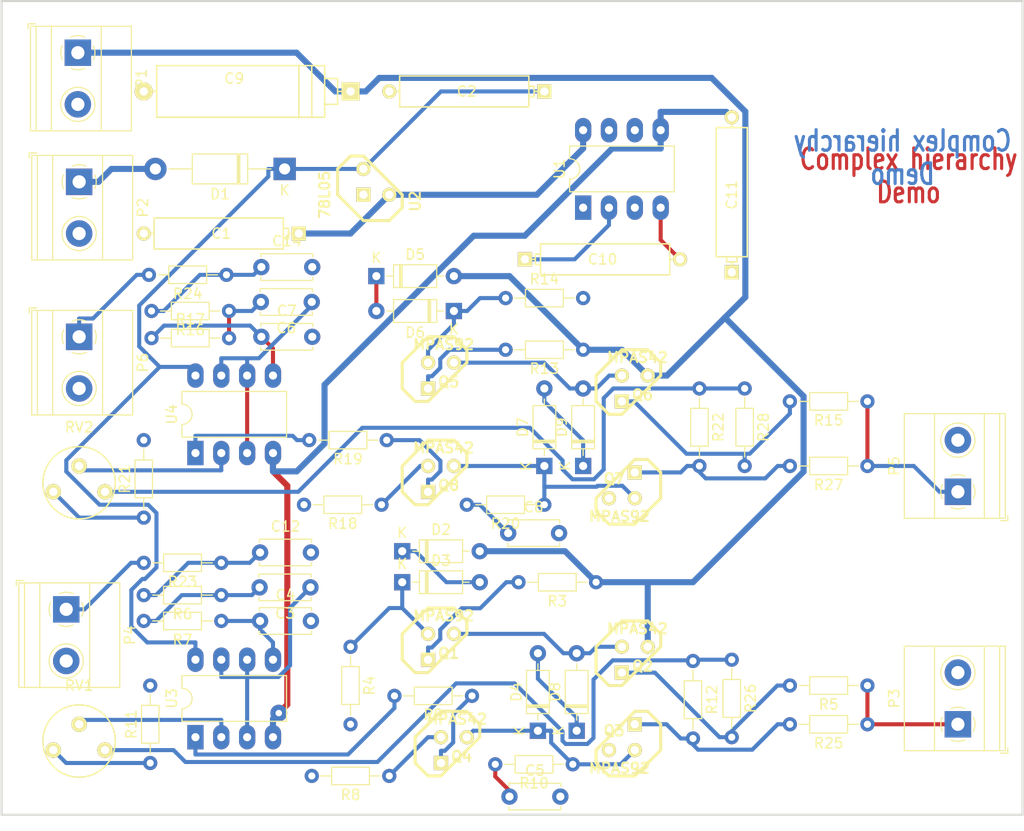
<source format=kicad_pcb>
(kicad_pcb (version 20171130) (host pcbnew 5.1.5-52549c5~84~ubuntu18.04.1)
  (title_block (title Actionneur_piezo) (company "Kicad devs") (comment 1 Demo))
  (layers (0 top_copper power) (31 bottom_copper signal) (34 B.Paste user) (35 F.Paste user) (36 B.SilkS user) (37 F.SilkS user) (38 B.Mask user) (39 F.Mask user) (44 Edge.Cuts user))
  (net 0 "")
  (net 1 -VAA)
  (net 2 /12Vext)
  (net 3 /ampli_ht_horizontal/PIEZO_IN)
  (net 4 /ampli_ht_horizontal/PIEZO_OUT)
  (net 5 /ampli_ht_horizontal/S_OUT+)
  (net 6 /ampli_ht_horizontal/Vpil_0_3,3V)
  (net 7 /ampli_ht_vertical/PIEZO_IN)
  (net 8 /ampli_ht_vertical/PIEZO_OUT)
  (net 9 /ampli_ht_vertical/S_OUT+)
  (net 10 /ampli_ht_vertical/Vpil_0_3,3V)
  (net 11 GND)
  (net 12 HT)
  (net 13 "Net-(C10-Pad1)")
  (net 14 "Net-(C10-Pad2)")
  (net 15 "Net-(C12-Pad1)")
  (net 16 "Net-(C14-Pad1)")
  (net 17 "Net-(C3-Pad2)")
  (net 18 "Net-(C4-Pad1)")
  (net 19 "Net-(C5-Pad1)")
  (net 20 "Net-(C6-Pad2)")
  (net 21 "Net-(C7-Pad1)")
  (net 22 "Net-(C8-Pad1)")
  (net 23 "Net-(D4-Pad1)")
  (net 24 "Net-(D4-Pad2)")
  (net 25 "Net-(D7-Pad1)")
  (net 26 "Net-(D7-Pad2)")
  (net 27 "Net-(Q1-PadE)")
  (net 28 "Net-(Q2-PadE)")
  (net 29 "Net-(Q3-PadE)")
  (net 30 "Net-(Q4-PadB)")
  (net 31 "Net-(Q4-PadE)")
  (net 32 "Net-(Q5-PadE)")
  (net 33 "Net-(Q6-PadE)")
  (net 34 "Net-(Q7-PadE)")
  (net 35 "Net-(Q8-PadB)")
  (net 36 "Net-(Q8-PadE)")
  (net 37 "Net-(R11-Pad1)")
  (net 38 "Net-(R19-Pad2)")
  (net 39 "Net-(R21-Pad1)")
  (net 40 "Net-(R9-Pad2)")
  (net 41 "Net-(RV1-Pad2)")
  (net 42 "Net-(RV2-Pad2)")
  (net 43 VCC)
  (net 44 "Net-(U1-Pad6)")
  (net 45 "Net-(U1-Pad7)")
  (net 46 "Net-(D2-Pad1)")
  (net 47 "Net-(D3-Pad1)")
  (net 48 "Net-(D5-Pad1)")
  (net 49 "Net-(D6-Pad1)")
  (net 50 "Net-(D8-Pad2)")
  (net 51 "Net-(D9-Pad2)")
  (net 52 +12C)
  (module TerminalBlock_Phoenix:TerminalBlock_Phoenix_MKDS-1,5-2-5.08_1x02_P5.08mm_Horizontal (layer top_copper) (at 182.245 100.076 90)
    (fp_text reference P5 (at 2.54 -6.26 90) (layer F.SilkS))
    (fp_text value CONN_2)
    (pad 2 thru_hole circle (at 5.08 0 90) (size 2.6 2.6) (drill 1.3) (layers *.Cu *.Mask) (net 11 GND))
    (pad 1 thru_hole rect (at 0 0 90) (size 2.6 2.6) (drill 1.3) (layers *.Cu *.Mask) (net 4 /ampli_ht_horizontal/PIEZO_OUT))
  )
  (module TerminalBlock_Phoenix:TerminalBlock_Phoenix_MKDS-1,5-2-5.08_1x02_P5.08mm_Horizontal (layer top_copper) (at 95.885 84.836 270)
    (fp_text reference P6 (at 2.54 -6.26 270) (layer F.SilkS))
    (fp_text value CONN_2)
    (pad 1 thru_hole rect (at 0 0 270) (size 2.6 2.6) (drill 1.3) (layers *.Cu *.Mask) (net 3 /ampli_ht_horizontal/PIEZO_IN))
    (pad 2 thru_hole circle (at 5.08 0 270) (size 2.6 2.6) (drill 1.3) (layers *.Cu *.Mask) (net 11 GND))
  )
  (module TerminalBlock_Phoenix:TerminalBlock_Phoenix_MKDS-1,5-2-5.08_1x02_P5.08mm_Horizontal (layer top_copper) (at 182.245 122.936 90)
    (fp_text reference P3 (at 2.54 -6.26 90) (layer F.SilkS))
    (fp_text value CONN_2)
    (pad 2 thru_hole circle (at 5.08 0 90) (size 2.6 2.6) (drill 1.3) (layers *.Cu *.Mask) (net 11 GND))
    (pad 1 thru_hole rect (at 0 0 90) (size 2.6 2.6) (drill 1.3) (layers *.Cu *.Mask) (net 8 /ampli_ht_vertical/PIEZO_OUT))
  )
  (module TerminalBlock_Phoenix:TerminalBlock_Phoenix_MKDS-1,5-2-5.08_1x02_P5.08mm_Horizontal (layer top_copper) (at 94.615 111.633 270)
    (fp_text reference P4 (at 2.54 -6.26 270) (layer F.SilkS))
    (fp_text value CONN_2)
    (pad 1 thru_hole rect (at 0 0 270) (size 2.6 2.6) (drill 1.3) (layers *.Cu *.Mask) (net 7 /ampli_ht_vertical/PIEZO_IN))
    (pad 2 thru_hole circle (at 5.08 0 270) (size 2.6 2.6) (drill 1.3) (layers *.Cu *.Mask) (net 11 GND))
  )
  (module TerminalBlock_Phoenix:TerminalBlock_Phoenix_MKDS-1,5-2-5.08_1x02_P5.08mm_Horizontal (layer top_copper) (at 95.885 69.596 270)
    (fp_text reference P2 (at 2.54 -6.26 270) (layer F.SilkS))
    (fp_text value CONN_2)
    (pad 2 thru_hole circle (at 5.08 0 270) (size 2.6 2.6) (drill 1.3) (layers *.Cu *.Mask) (net 11 GND))
    (pad 1 thru_hole rect (at 0 0 270) (size 2.6 2.6) (drill 1.3) (layers *.Cu *.Mask) (net 2 /12Vext))
  )
  (module TerminalBlock_Phoenix:TerminalBlock_Phoenix_MKDS-1,5-2-5.08_1x02_P5.08mm_Horizontal (layer top_copper) (at 95.758 56.896 270)
    (fp_text reference P1 (at 2.54 -6.26 270) (layer F.SilkS))
    (fp_text value CONN_2)
    (pad 1 thru_hole rect (at 0 0 270) (size 2.6 2.6) (drill 1.3) (layers *.Cu *.Mask) (net 12 HT))
    (pad 2 thru_hole circle (at 5.08 0 270) (size 2.6 2.6) (drill 1.3) (layers *.Cu *.Mask) (net 11 GND))
  )
  (module Diode_THT:D_DO-35_SOD27_P7.62mm_Horizontal (layer top_copper) (at 145.415 97.536 90)
    (fp_text reference D9 (at 3.81 -2.12 90) (layer F.SilkS))
    (fp_text value 1N4148)
    (fp_text user K (at 0 -1.8 90) (layer F.SilkS))
    (pad 2 thru_hole oval (at 7.62 0 90) (size 1.6 1.6) (drill 0.8) (layers *.Cu *.Mask) (net 51 "Net-(D9-Pad2)"))
    (pad 1 thru_hole rect (at 0 0 90) (size 1.6 1.6) (drill 0.8) (layers *.Cu *.Mask) (net 26 "Net-(D7-Pad2)"))
  )
  (module Diode_THT:D_DO-35_SOD27_P7.62mm_Horizontal (layer top_copper) (at 140.97 123.571 90)
    (fp_text reference D4 (at 3.81 -2.12 90) (layer F.SilkS))
    (fp_text value 1N4148)
    (fp_text user K (at 0 -1.8 90) (layer F.SilkS))
    (pad 1 thru_hole rect (at 0 0 90) (size 1.6 1.6) (drill 0.8) (layers *.Cu *.Mask) (net 23 "Net-(D4-Pad1)"))
    (pad 2 thru_hole oval (at 7.62 0 90) (size 1.6 1.6) (drill 0.8) (layers *.Cu *.Mask) (net 24 "Net-(D4-Pad2)"))
  )
  (module Diode_THT:D_DO-35_SOD27_P7.62mm_Horizontal (layer top_copper) (at 132.715 82.296 180)
    (fp_text reference D6 (at 3.81 -2.12 180) (layer F.SilkS))
    (fp_text value 1N4148)
    (fp_text user K (at 0 -1.8 180) (layer F.SilkS))
    (pad 2 thru_hole oval (at 7.62 0 180) (size 1.6 1.6) (drill 0.8) (layers *.Cu *.Mask) (net 48 "Net-(D5-Pad1)"))
    (pad 1 thru_hole rect (at 0 0 180) (size 1.6 1.6) (drill 0.8) (layers *.Cu *.Mask) (net 49 "Net-(D6-Pad1)"))
  )
  (module Diode_THT:D_DO-35_SOD27_P7.62mm_Horizontal (layer top_copper) (at 141.605 97.536 90)
    (fp_text reference D7 (at 3.81 -2.12 90) (layer F.SilkS))
    (fp_text value 1N4148)
    (fp_text user K (at 0 -1.8 90) (layer F.SilkS))
    (pad 1 thru_hole rect (at 0 0 90) (size 1.6 1.6) (drill 0.8) (layers *.Cu *.Mask) (net 25 "Net-(D7-Pad1)"))
    (pad 2 thru_hole oval (at 7.62 0 90) (size 1.6 1.6) (drill 0.8) (layers *.Cu *.Mask) (net 26 "Net-(D7-Pad2)"))
  )
  (module Diode_THT:D_DO-35_SOD27_P7.62mm_Horizontal (layer top_copper) (at 127.635 108.966)
    (fp_text reference D3 (at 3.81 -2.12) (layer F.SilkS))
    (fp_text value 1N4148)
    (fp_text user K (at 0 -1.8) (layer F.SilkS))
    (pad 2 thru_hole oval (at 7.62 0) (size 1.6 1.6) (drill 0.8) (layers *.Cu *.Mask) (net 46 "Net-(D2-Pad1)"))
    (pad 1 thru_hole rect (at 0 0) (size 1.6 1.6) (drill 0.8) (layers *.Cu *.Mask) (net 47 "Net-(D3-Pad1)"))
  )
  (module Diode_THT:D_DO-35_SOD27_P7.62mm_Horizontal (layer top_copper) (at 127.635 105.918)
    (fp_text reference D2 (at 3.81 -2.12) (layer F.SilkS))
    (fp_text value 1N4148)
    (fp_text user K (at 0 -1.8) (layer F.SilkS))
    (pad 1 thru_hole rect (at 0 0) (size 1.6 1.6) (drill 0.8) (layers *.Cu *.Mask) (net 46 "Net-(D2-Pad1)"))
    (pad 2 thru_hole oval (at 7.62 0) (size 1.6 1.6) (drill 0.8) (layers *.Cu *.Mask) (net 12 HT))
  )
  (module Diode_THT:D_DO-35_SOD27_P7.62mm_Horizontal (layer top_copper) (at 144.78 123.571 90)
    (fp_text reference D8 (at 3.81 -2.12 90) (layer F.SilkS))
    (fp_text value 1N4148)
    (fp_text user K (at 0 -1.8 90) (layer F.SilkS))
    (pad 2 thru_hole oval (at 7.62 0 90) (size 1.6 1.6) (drill 0.8) (layers *.Cu *.Mask) (net 50 "Net-(D8-Pad2)"))
    (pad 1 thru_hole rect (at 0 0 90) (size 1.6 1.6) (drill 0.8) (layers *.Cu *.Mask) (net 24 "Net-(D4-Pad2)"))
  )
  (module Diode_THT:D_DO-35_SOD27_P7.62mm_Horizontal (layer top_copper) (at 125.095 78.867)
    (fp_text reference D5 (at 3.81 -2.12) (layer F.SilkS))
    (fp_text value 1N4148)
    (fp_text user K (at 0 -1.8) (layer F.SilkS))
    (pad 1 thru_hole rect (at 0 0) (size 1.6 1.6) (drill 0.8) (layers *.Cu *.Mask) (net 48 "Net-(D5-Pad1)"))
    (pad 2 thru_hole oval (at 7.62 0) (size 1.6 1.6) (drill 0.8) (layers *.Cu *.Mask) (net 12 HT))
  )
  (module Diode_THT:D_DO-41_SOD81_P12.70mm_Horizontal (layer top_copper) (at 116.078 68.326 180)
    (fp_text reference D1 (at 6.35 -2.47 180) (layer F.SilkS))
    (fp_text value 1N4007)
    (fp_text user K (at 0 -2.1 180) (layer F.SilkS))
    (pad 1 thru_hole rect (at 0 0 180) (size 2.2 2.2) (drill 1.1) (layers *.Cu *.Mask) (net 52 +12C))
    (pad 2 thru_hole oval (at 12.7 0 180) (size 2.2 2.2) (drill 1.1) (layers *.Cu *.Mask) (net 2 /12Vext))
  )
  (module Capacitor_THT:C_Disc_D5.0mm_W2.5mm_P5.00mm (layer top_copper) (at 118.618 109.474 180)
    (fp_text reference C3 (at 2.5 -2.56 180) (layer F.SilkS))
    (fp_text value 15nF)
    (pad 2 thru_hole circle (at 5 0 180) (size 1.6 1.6) (drill 0.8) (layers *.Cu *.Mask) (net 17 "Net-(C3-Pad2)"))
    (pad 1 thru_hole circle (at 0 0 180) (size 1.6 1.6) (drill 0.8) (layers *.Cu *.Mask) (net 10 /ampli_ht_vertical/Vpil_0_3,3V))
  )
  (module Capacitor_THT:C_Disc_D5.0mm_W2.5mm_P5.00mm (layer top_copper) (at 113.665 112.776)
    (fp_text reference C4 (at 2.5 -2.56) (layer F.SilkS))
    (fp_text value 4.7nF)
    (pad 1 thru_hole circle (at 0 0) (size 1.6 1.6) (drill 0.8) (layers *.Cu *.Mask) (net 18 "Net-(C4-Pad1)"))
    (pad 2 thru_hole circle (at 5 0) (size 1.6 1.6) (drill 0.8) (layers *.Cu *.Mask) (net 11 GND))
  )
  (module Capacitor_THT:C_Disc_D5.0mm_W2.5mm_P5.00mm (layer top_copper) (at 113.792 77.978)
    (fp_text reference C14 (at 2.5 -2.56) (layer F.SilkS))
    (fp_text value 150nF)
    (pad 2 thru_hole circle (at 5 0) (size 1.6 1.6) (drill 0.8) (layers *.Cu *.Mask) (net 11 GND))
    (pad 1 thru_hole circle (at 0 0) (size 1.6 1.6) (drill 0.8) (layers *.Cu *.Mask) (net 16 "Net-(C14-Pad1)"))
  )
  (module Capacitor_THT:C_Disc_D5.0mm_W2.5mm_P5.00mm (layer top_copper) (at 113.665 106.045)
    (fp_text reference C12 (at 2.5 -2.56) (layer F.SilkS))
    (fp_text value 150nF)
    (pad 1 thru_hole circle (at 0 0) (size 1.6 1.6) (drill 0.8) (layers *.Cu *.Mask) (net 15 "Net-(C12-Pad1)"))
    (pad 2 thru_hole circle (at 5 0) (size 1.6 1.6) (drill 0.8) (layers *.Cu *.Mask) (net 11 GND))
  )
  (module Capacitor_THT:C_Disc_D5.0mm_W2.5mm_P5.00mm (layer top_copper) (at 138.176 130.048)
    (fp_text reference C5 (at 2.5 -2.56) (layer F.SilkS))
    (fp_text value 820pF)
    (pad 2 thru_hole circle (at 5 0) (size 1.6 1.6) (drill 0.8) (layers *.Cu *.Mask) (net 11 GND))
    (pad 1 thru_hole circle (at 0 0) (size 1.6 1.6) (drill 0.8) (layers *.Cu *.Mask) (net 19 "Net-(C5-Pad1)"))
  )
  (module Capacitor_THT:C_Disc_D5.0mm_W2.5mm_P5.00mm (layer top_copper) (at 118.745 81.407 180)
    (fp_text reference C6 (at 2.5 -2.56 180) (layer F.SilkS))
    (fp_text value 15nF)
    (pad 1 thru_hole circle (at 0 0 180) (size 1.6 1.6) (drill 0.8) (layers *.Cu *.Mask) (net 6 /ampli_ht_horizontal/Vpil_0_3,3V))
    (pad 2 thru_hole circle (at 5 0 180) (size 1.6 1.6) (drill 0.8) (layers *.Cu *.Mask) (net 20 "Net-(C6-Pad2)"))
  )
  (module Capacitor_THT:C_Disc_D5.0mm_W2.5mm_P5.00mm (layer top_copper) (at 113.792 84.836)
    (fp_text reference C7 (at 2.5 -2.56) (layer F.SilkS))
    (fp_text value 4.7nF)
    (pad 2 thru_hole circle (at 5 0) (size 1.6 1.6) (drill 0.8) (layers *.Cu *.Mask) (net 11 GND))
    (pad 1 thru_hole circle (at 0 0) (size 1.6 1.6) (drill 0.8) (layers *.Cu *.Mask) (net 21 "Net-(C7-Pad1)"))
  )
  (module Capacitor_THT:C_Disc_D5.0mm_W2.5mm_P5.00mm (layer top_copper) (at 138.049 104.14)
    (fp_text reference C8 (at 2.5 -2.56) (layer F.SilkS))
    (fp_text value 820pF)
    (pad 1 thru_hole circle (at 0 0) (size 1.6 1.6) (drill 0.8) (layers *.Cu *.Mask) (net 22 "Net-(C8-Pad1)"))
    (pad 2 thru_hole circle (at 5 0) (size 1.6 1.6) (drill 0.8) (layers *.Cu *.Mask) (net 11 GND))
  )
  (module Package_DIP:DIP-8_W7.62mm_LongPads (layer top_copper) (at 107.315 124.206 90)
    (fp_text reference U3 (at 3.81 -2.33 90) (layer F.SilkS))
    (fp_text value LM358N)
    (pad 1 thru_hole rect (at 0 0 90) (size 2.4 1.6) (drill 0.8) (layers *.Cu *.Mask) (net 40 "Net-(R9-Pad2)"))
    (pad 5 thru_hole oval (at 7.62 7.62 90) (size 2.4 1.6) (drill 0.8) (layers *.Cu *.Mask) (net 18 "Net-(C4-Pad1)"))
    (pad 2 thru_hole oval (at 0 2.54 90) (size 2.4 1.6) (drill 0.8) (layers *.Cu *.Mask) (net 41 "Net-(RV1-Pad2)"))
    (pad 6 thru_hole oval (at 7.62 5.08 90) (size 2.4 1.6) (drill 0.8) (layers *.Cu *.Mask) (net 10 /ampli_ht_vertical/Vpil_0_3,3V))
    (pad 3 thru_hole oval (at 0 5.08 90) (size 2.4 1.6) (drill 0.8) (layers *.Cu *.Mask) (net 10 /ampli_ht_vertical/Vpil_0_3,3V))
    (pad 7 thru_hole oval (at 7.62 2.54 90) (size 2.4 1.6) (drill 0.8) (layers *.Cu *.Mask) (net 10 /ampli_ht_vertical/Vpil_0_3,3V))
    (pad 4 thru_hole oval (at 0 7.62 90) (size 2.4 1.6) (drill 0.8) (layers *.Cu *.Mask) (net 1 -VAA))
    (pad 8 thru_hole oval (at 7.62 0 90) (size 2.4 1.6) (drill 0.8) (layers *.Cu *.Mask) (net 52 +12C))
  )
  (module Package_DIP:DIP-8_W7.62mm_LongPads (layer top_copper) (at 145.415 72.136 90)
    (fp_text reference U1 (at 3.81 -2.33 90) (layer F.SilkS))
    (fp_text value ICL7660)
    (pad 8 thru_hole oval (at 7.62 0 90) (size 2.4 1.6) (drill 0.8) (layers *.Cu *.Mask) (net 43 VCC))
    (pad 4 thru_hole oval (at 0 7.62 90) (size 2.4 1.6) (drill 0.8) (layers *.Cu *.Mask) (net 14 "Net-(C10-Pad2)"))
    (pad 7 thru_hole oval (at 7.62 2.54 90) (size 2.4 1.6) (drill 0.8) (layers *.Cu *.Mask) (net 45 "Net-(U1-Pad7)"))
    (pad 3 thru_hole oval (at 0 5.08 90) (size 2.4 1.6) (drill 0.8) (layers *.Cu *.Mask) (net 11 GND))
    (pad 6 thru_hole oval (at 7.62 5.08 90) (size 2.4 1.6) (drill 0.8) (layers *.Cu *.Mask) (net 44 "Net-(U1-Pad6)"))
    (pad 2 thru_hole oval (at 0 2.54 90) (size 2.4 1.6) (drill 0.8) (layers *.Cu *.Mask) (net 13 "Net-(C10-Pad1)"))
    (pad 5 thru_hole oval (at 7.62 7.62 90) (size 2.4 1.6) (drill 0.8) (layers *.Cu *.Mask) (net 1 -VAA))
    (pad 1 thru_hole rect (at 0 0 90) (size 2.4 1.6) (drill 0.8) (layers *.Cu *.Mask))
  )
  (module Package_DIP:DIP-8_W7.62mm_LongPads (layer top_copper) (at 107.315 96.266 90)
    (fp_text reference U4 (at 3.81 -2.33 90) (layer F.SilkS))
    (fp_text value LM358N)
    (pad 1 thru_hole rect (at 0 0 90) (size 2.4 1.6) (drill 0.8) (layers *.Cu *.Mask) (net 38 "Net-(R19-Pad2)"))
    (pad 5 thru_hole oval (at 7.62 7.62 90) (size 2.4 1.6) (drill 0.8) (layers *.Cu *.Mask) (net 21 "Net-(C7-Pad1)"))
    (pad 2 thru_hole oval (at 0 2.54 90) (size 2.4 1.6) (drill 0.8) (layers *.Cu *.Mask) (net 42 "Net-(RV2-Pad2)"))
    (pad 6 thru_hole oval (at 7.62 5.08 90) (size 2.4 1.6) (drill 0.8) (layers *.Cu *.Mask) (net 6 /ampli_ht_horizontal/Vpil_0_3,3V))
    (pad 3 thru_hole oval (at 0 5.08 90) (size 2.4 1.6) (drill 0.8) (layers *.Cu *.Mask) (net 6 /ampli_ht_horizontal/Vpil_0_3,3V))
    (pad 7 thru_hole oval (at 7.62 2.54 90) (size 2.4 1.6) (drill 0.8) (layers *.Cu *.Mask) (net 6 /ampli_ht_horizontal/Vpil_0_3,3V))
    (pad 4 thru_hole oval (at 0 7.62 90) (size 2.4 1.6) (drill 0.8) (layers *.Cu *.Mask) (net 1 -VAA))
    (pad 8 thru_hole oval (at 7.62 0 90) (size 2.4 1.6) (drill 0.8) (layers *.Cu *.Mask) (net 52 +12C))
  )
  (module Resistor_THT:R_Axial_DIN0204_L3.6mm_D1.6mm_P7.62mm_Horizontal (layer top_copper) (at 141.605 101.346 180)
    (fp_text reference R20 (at 3.81 -1.86 180) (layer F.SilkS))
    (fp_text value 5,6K)
    (pad 2 thru_hole oval (at 7.62 0 180) (size 1.4 1.4) (drill 0.7) (layers *.Cu *.Mask) (net 22 "Net-(C8-Pad1)"))
    (pad 1 thru_hole circle (at 0 0 180) (size 1.4 1.4) (drill 0.7) (layers *.Cu *.Mask) (net 25 "Net-(D7-Pad1)"))
  )
  (module Resistor_THT:R_Axial_DIN0204_L3.6mm_D1.6mm_P7.62mm_Horizontal (layer top_copper) (at 156.845 89.916 270)
    (fp_text reference R22 (at 3.81 -1.86 270) (layer F.SilkS))
    (fp_text value 220K)
    (pad 1 thru_hole circle (at 0 0 270) (size 1.4 1.4) (drill 0.7) (layers *.Cu *.Mask) (net 5 /ampli_ht_horizontal/S_OUT+))
    (pad 2 thru_hole oval (at 7.62 0 270) (size 1.4 1.4) (drill 0.7) (layers *.Cu *.Mask) (net 34 "Net-(Q7-PadE)"))
  )
  (module Resistor_THT:R_Axial_DIN0204_L3.6mm_D1.6mm_P7.62mm_Horizontal (layer top_copper) (at 109.855 107.061 180)
    (fp_text reference R23 (at 3.81 -1.86 180) (layer F.SilkS))
    (fp_text value 1K)
    (pad 2 thru_hole oval (at 7.62 0 180) (size 1.4 1.4) (drill 0.7) (layers *.Cu *.Mask) (net 7 /ampli_ht_vertical/PIEZO_IN))
    (pad 1 thru_hole circle (at 0 0 180) (size 1.4 1.4) (drill 0.7) (layers *.Cu *.Mask) (net 15 "Net-(C12-Pad1)"))
  )
  (module Resistor_THT:R_Axial_DIN0204_L3.6mm_D1.6mm_P7.62mm_Horizontal (layer top_copper) (at 110.363 78.74 180)
    (fp_text reference R24 (at 3.81 -1.86 180) (layer F.SilkS))
    (fp_text value 1K)
    (pad 1 thru_hole circle (at 0 0 180) (size 1.4 1.4) (drill 0.7) (layers *.Cu *.Mask) (net 16 "Net-(C14-Pad1)"))
    (pad 2 thru_hole oval (at 7.62 0 180) (size 1.4 1.4) (drill 0.7) (layers *.Cu *.Mask) (net 3 /ampli_ht_horizontal/PIEZO_IN))
  )
  (module Resistor_THT:R_Axial_DIN0204_L3.6mm_D1.6mm_P7.62mm_Horizontal (layer top_copper) (at 173.355 122.936 180)
    (fp_text reference R25 (at 3.81 -1.86 180) (layer F.SilkS))
    (fp_text value 47)
    (pad 2 thru_hole oval (at 7.62 0 180) (size 1.4 1.4) (drill 0.7) (layers *.Cu *.Mask) (net 29 "Net-(Q3-PadE)"))
    (pad 1 thru_hole circle (at 0 0 180) (size 1.4 1.4) (drill 0.7) (layers *.Cu *.Mask) (net 8 /ampli_ht_vertical/PIEZO_OUT))
  )
  (module Resistor_THT:R_Axial_DIN0204_L3.6mm_D1.6mm_P7.62mm_Horizontal (layer top_copper) (at 160.02 116.586 270)
    (fp_text reference R26 (at 3.81 -1.86 270) (layer F.SilkS))
    (fp_text value 220K)
    (pad 1 thru_hole circle (at 0 0 270) (size 1.4 1.4) (drill 0.7) (layers *.Cu *.Mask) (net 9 /ampli_ht_vertical/S_OUT+))
    (pad 2 thru_hole oval (at 7.62 0 270) (size 1.4 1.4) (drill 0.7) (layers *.Cu *.Mask) (net 28 "Net-(Q2-PadE)"))
  )
  (module Resistor_THT:R_Axial_DIN0204_L3.6mm_D1.6mm_P7.62mm_Horizontal (layer top_copper) (at 173.355 97.536 180)
    (fp_text reference R27 (at 3.81 -1.86 180) (layer F.SilkS))
    (fp_text value 47)
    (pad 2 thru_hole oval (at 7.62 0 180) (size 1.4 1.4) (drill 0.7) (layers *.Cu *.Mask) (net 34 "Net-(Q7-PadE)"))
    (pad 1 thru_hole circle (at 0 0 180) (size 1.4 1.4) (drill 0.7) (layers *.Cu *.Mask) (net 4 /ampli_ht_horizontal/PIEZO_OUT))
  )
  (module Resistor_THT:R_Axial_DIN0204_L3.6mm_D1.6mm_P7.62mm_Horizontal (layer top_copper) (at 161.29 89.916 270)
    (fp_text reference R28 (at 3.81 -1.86 270) (layer F.SilkS))
    (fp_text value 220K)
    (pad 1 thru_hole circle (at 0 0 270) (size 1.4 1.4) (drill 0.7) (layers *.Cu *.Mask) (net 5 /ampli_ht_horizontal/S_OUT+))
    (pad 2 thru_hole oval (at 7.62 0 270) (size 1.4 1.4) (drill 0.7) (layers *.Cu *.Mask) (net 33 "Net-(Q6-PadE)"))
  )
  (module Resistor_THT:R_Axial_DIN0204_L3.6mm_D1.6mm_P7.62mm_Horizontal (layer top_copper) (at 173.355 119.126 180)
    (fp_text reference R5 (at 3.81 -1.86 180) (layer F.SilkS))
    (fp_text value 47)
    (pad 2 thru_hole oval (at 7.62 0 180) (size 1.4 1.4) (drill 0.7) (layers *.Cu *.Mask) (net 28 "Net-(Q2-PadE)"))
    (pad 1 thru_hole circle (at 0 0 180) (size 1.4 1.4) (drill 0.7) (layers *.Cu *.Mask) (net 8 /ampli_ht_vertical/PIEZO_OUT))
  )
  (module Resistor_THT:R_Axial_DIN0204_L3.6mm_D1.6mm_P7.62mm_Horizontal (layer top_copper) (at 122.555 115.316 270)
    (fp_text reference R4 (at 3.81 -1.86 270) (layer F.SilkS))
    (fp_text value 220K)
    (pad 1 thru_hole circle (at 0 0 270) (size 1.4 1.4) (drill 0.7) (layers *.Cu *.Mask) (net 47 "Net-(D3-Pad1)"))
    (pad 2 thru_hole oval (at 7.62 0 270) (size 1.4 1.4) (drill 0.7) (layers *.Cu *.Mask) (net 11 GND))
  )
  (module Resistor_THT:R_Axial_DIN0204_L3.6mm_D1.6mm_P7.62mm_Horizontal (layer top_copper) (at 146.685 108.966 180)
    (fp_text reference R3 (at 3.81 -1.86 180) (layer F.SilkS))
    (fp_text value 470)
    (pad 2 thru_hole oval (at 7.62 0 180) (size 1.4 1.4) (drill 0.7) (layers *.Cu *.Mask) (net 27 "Net-(Q1-PadE)"))
    (pad 1 thru_hole circle (at 0 0 180) (size 1.4 1.4) (drill 0.7) (layers *.Cu *.Mask) (net 12 HT))
  )
  (module Resistor_THT:R_Axial_DIN0204_L3.6mm_D1.6mm_P7.62mm_Horizontal (layer top_copper) (at 102.235 102.616 90)
    (fp_text reference R21 (at 3.81 -1.86 90) (layer F.SilkS))
    (fp_text value 4,7K)
    (pad 1 thru_hole circle (at 0 0 90) (size 1.4 1.4) (drill 0.7) (layers *.Cu *.Mask) (net 39 "Net-(R21-Pad1)"))
    (pad 2 thru_hole oval (at 7.62 0 90) (size 1.4 1.4) (drill 0.7) (layers *.Cu *.Mask) (net 11 GND))
  )
  (module Resistor_THT:R_Axial_DIN0204_L3.6mm_D1.6mm_P7.62mm_Horizontal (layer top_copper) (at 102.997 84.963)
    (fp_text reference R17 (at 3.81 -1.86) (layer F.SilkS))
    (fp_text value 22K)
    (pad 2 thru_hole oval (at 7.62 0) (size 1.4 1.4) (drill 0.7) (layers *.Cu *.Mask) (net 20 "Net-(C6-Pad2)"))
    (pad 1 thru_hole circle (at 0 0) (size 1.4 1.4) (drill 0.7) (layers *.Cu *.Mask) (net 21 "Net-(C7-Pad1)"))
  )
  (module Resistor_THT:R_Axial_DIN0204_L3.6mm_D1.6mm_P7.62mm_Horizontal (layer top_copper) (at 109.855 112.776 180)
    (fp_text reference R7 (at 3.81 -1.86 180) (layer F.SilkS))
    (fp_text value 22K)
    (pad 1 thru_hole circle (at 0 0 180) (size 1.4 1.4) (drill 0.7) (layers *.Cu *.Mask) (net 18 "Net-(C4-Pad1)"))
    (pad 2 thru_hole oval (at 7.62 0 180) (size 1.4 1.4) (drill 0.7) (layers *.Cu *.Mask) (net 17 "Net-(C3-Pad2)"))
  )
  (module Resistor_THT:R_Axial_DIN0204_L3.6mm_D1.6mm_P7.62mm_Horizontal (layer top_copper) (at 126.365 128.016 180)
    (fp_text reference R8 (at 3.81 -1.86 180) (layer F.SilkS))
    (fp_text value 1K)
    (pad 2 thru_hole oval (at 7.62 0 180) (size 1.4 1.4) (drill 0.7) (layers *.Cu *.Mask) (net 11 GND))
    (pad 1 thru_hole circle (at 0 0 180) (size 1.4 1.4) (drill 0.7) (layers *.Cu *.Mask) (net 30 "Net-(Q4-PadB)"))
  )
  (module Resistor_THT:R_Axial_DIN0204_L3.6mm_D1.6mm_P7.62mm_Horizontal (layer top_copper) (at 134.493 120.142 180)
    (fp_text reference R9 (at 3.81 -1.86 180) (layer F.SilkS))
    (fp_text value 1K)
    (pad 1 thru_hole circle (at 0 0 180) (size 1.4 1.4) (drill 0.7) (layers *.Cu *.Mask) (net 31 "Net-(Q4-PadE)"))
    (pad 2 thru_hole oval (at 7.62 0 180) (size 1.4 1.4) (drill 0.7) (layers *.Cu *.Mask) (net 40 "Net-(R9-Pad2)"))
  )
  (module Resistor_THT:R_Axial_DIN0204_L3.6mm_D1.6mm_P7.62mm_Horizontal (layer top_copper) (at 144.399 126.873 180)
    (fp_text reference R10 (at 3.81 -1.86 180) (layer F.SilkS))
    (fp_text value 5,6K)
    (pad 2 thru_hole oval (at 7.62 0 180) (size 1.4 1.4) (drill 0.7) (layers *.Cu *.Mask) (net 19 "Net-(C5-Pad1)"))
    (pad 1 thru_hole circle (at 0 0 180) (size 1.4 1.4) (drill 0.7) (layers *.Cu *.Mask) (net 23 "Net-(D4-Pad1)"))
  )
  (module Resistor_THT:R_Axial_DIN0204_L3.6mm_D1.6mm_P7.62mm_Horizontal (layer top_copper) (at 102.87 126.746 90)
    (fp_text reference R11 (at 3.81 -1.86 90) (layer F.SilkS))
    (fp_text value 4,7K)
    (pad 1 thru_hole circle (at 0 0 90) (size 1.4 1.4) (drill 0.7) (layers *.Cu *.Mask) (net 37 "Net-(R11-Pad1)"))
    (pad 2 thru_hole oval (at 7.62 0 90) (size 1.4 1.4) (drill 0.7) (layers *.Cu *.Mask) (net 11 GND))
  )
  (module Resistor_THT:R_Axial_DIN0204_L3.6mm_D1.6mm_P7.62mm_Horizontal (layer top_copper) (at 156.21 116.713 270)
    (fp_text reference R12 (at 3.81 -1.86 270) (layer F.SilkS))
    (fp_text value 220K)
    (pad 2 thru_hole oval (at 7.62 0 270) (size 1.4 1.4) (drill 0.7) (layers *.Cu *.Mask) (net 29 "Net-(Q3-PadE)"))
    (pad 1 thru_hole circle (at 0 0 270) (size 1.4 1.4) (drill 0.7) (layers *.Cu *.Mask) (net 9 /ampli_ht_vertical/S_OUT+))
  )
  (module Resistor_THT:R_Axial_DIN0204_L3.6mm_D1.6mm_P7.62mm_Horizontal (layer top_copper) (at 145.415 86.106 180)
    (fp_text reference R13 (at 3.81 -1.86 180) (layer F.SilkS))
    (fp_text value 470)
    (pad 1 thru_hole circle (at 0 0 180) (size 1.4 1.4) (drill 0.7) (layers *.Cu *.Mask) (net 12 HT))
    (pad 2 thru_hole oval (at 7.62 0 180) (size 1.4 1.4) (drill 0.7) (layers *.Cu *.Mask) (net 32 "Net-(Q5-PadE)"))
  )
  (module Resistor_THT:R_Axial_DIN0204_L3.6mm_D1.6mm_P7.62mm_Horizontal (layer top_copper) (at 137.795 81.026)
    (fp_text reference R14 (at 3.81 -1.86) (layer F.SilkS))
    (fp_text value 220K)
    (pad 2 thru_hole oval (at 7.62 0) (size 1.4 1.4) (drill 0.7) (layers *.Cu *.Mask) (net 11 GND))
    (pad 1 thru_hole circle (at 0 0) (size 1.4 1.4) (drill 0.7) (layers *.Cu *.Mask) (net 49 "Net-(D6-Pad1)"))
  )
  (module Resistor_THT:R_Axial_DIN0204_L3.6mm_D1.6mm_P7.62mm_Horizontal (layer top_copper) (at 173.355 91.186 180)
    (fp_text reference R15 (at 3.81 -1.86 180) (layer F.SilkS))
    (fp_text value 47)
    (pad 1 thru_hole circle (at 0 0 180) (size 1.4 1.4) (drill 0.7) (layers *.Cu *.Mask) (net 4 /ampli_ht_horizontal/PIEZO_OUT))
    (pad 2 thru_hole oval (at 7.62 0 180) (size 1.4 1.4) (drill 0.7) (layers *.Cu *.Mask) (net 33 "Net-(Q6-PadE)"))
  )
  (module Resistor_THT:R_Axial_DIN0204_L3.6mm_D1.6mm_P7.62mm_Horizontal (layer top_copper) (at 110.617 82.296 180)
    (fp_text reference R16 (at 3.81 -1.86 180) (layer F.SilkS))
    (fp_text value 22K)
    (pad 2 thru_hole oval (at 7.62 0 180) (size 1.4 1.4) (drill 0.7) (layers *.Cu *.Mask) (net 16 "Net-(C14-Pad1)"))
    (pad 1 thru_hole circle (at 0 0 180) (size 1.4 1.4) (drill 0.7) (layers *.Cu *.Mask) (net 20 "Net-(C6-Pad2)"))
  )
  (module Resistor_THT:R_Axial_DIN0204_L3.6mm_D1.6mm_P7.62mm_Horizontal (layer top_copper) (at 125.603 101.346 180)
    (fp_text reference R18 (at 3.81 -1.86 180) (layer F.SilkS))
    (fp_text value 1K)
    (pad 1 thru_hole circle (at 0 0 180) (size 1.4 1.4) (drill 0.7) (layers *.Cu *.Mask) (net 35 "Net-(Q8-PadB)"))
    (pad 2 thru_hole oval (at 7.62 0 180) (size 1.4 1.4) (drill 0.7) (layers *.Cu *.Mask) (net 11 GND))
  )
  (module Resistor_THT:R_Axial_DIN0204_L3.6mm_D1.6mm_P7.62mm_Horizontal (layer top_copper) (at 109.855 110.236 180)
    (fp_text reference R6 (at 3.81 -1.86 180) (layer F.SilkS))
    (fp_text value 22K)
    (pad 2 thru_hole oval (at 7.62 0 180) (size 1.4 1.4) (drill 0.7) (layers *.Cu *.Mask) (net 15 "Net-(C12-Pad1)"))
    (pad 1 thru_hole circle (at 0 0 180) (size 1.4 1.4) (drill 0.7) (layers *.Cu *.Mask) (net 17 "Net-(C3-Pad2)"))
  )
  (module Resistor_THT:R_Axial_DIN0204_L3.6mm_D1.6mm_P7.62mm_Horizontal (layer top_copper) (at 126.111 94.996 180)
    (fp_text reference R19 (at 3.81 -1.86 180) (layer F.SilkS))
    (fp_text value 1K)
    (pad 1 thru_hole circle (at 0 0 180) (size 1.4 1.4) (drill 0.7) (layers *.Cu *.Mask) (net 36 "Net-(Q8-PadE)"))
    (pad 2 thru_hole oval (at 7.62 0 180) (size 1.4 1.4) (drill 0.7) (layers *.Cu *.Mask) (net 38 "Net-(R19-Pad2)"))
  )
  (module Discret:CP6 (layer top_copper) (at 109.855 74.676 180)
    (fp_text reference C1 (at 0 0 180) (layer F.SilkS))
    (fp_text value 47uF)
    (pad 1 thru_hole rect (at -7.62 0 180) (size 1.397 1.397) (drill 0.8128) (layers *.Cu *.Mask F.SilkS) (net 43 VCC))
    (pad 2 thru_hole circle (at 7.62 0 180) (size 1.397 1.397) (drill 0.8128) (layers *.Cu *.Mask F.SilkS) (net 11 GND))
  )
  (module Discret:CP6 (layer top_copper) (at 133.985 60.706 180)
    (fp_text reference C2 (at 0 0 180) (layer F.SilkS))
    (fp_text value 47uF/20V)
    (pad 1 thru_hole rect (at -7.62 0 180) (size 1.397 1.397) (drill 0.8128) (layers *.Cu *.Mask F.SilkS) (net 52 +12C))
    (pad 2 thru_hole circle (at 7.62 0 180) (size 1.397 1.397) (drill 0.8128) (layers *.Cu *.Mask F.SilkS) (net 11 GND))
  )
  (module Discret:CP8 (layer top_copper) (at 112.395 60.706 180)
    (fp_text reference C9 (at 1.27 1.27 180) (layer F.SilkS))
    (fp_text value 47uF/63V)
    (pad 1 thru_hole rect (at -10.16 0 180) (size 1.778 1.778) (drill 0.8128) (layers *.Cu *.Mask F.SilkS) (net 12 HT))
    (pad 2 thru_hole circle (at 10.16 0 180) (size 1.778 1.778) (drill 0.8128) (layers *.Cu *.Mask F.SilkS) (net 11 GND))
  )
  (module Discret:CP6 (layer top_copper) (at 147.32 77.216)
    (fp_text reference C10 (at 0 0) (layer F.SilkS))
    (fp_text value 10uF)
    (pad 1 thru_hole rect (at -7.62 0) (size 1.397 1.397) (drill 0.8128) (layers *.Cu *.Mask F.SilkS) (net 13 "Net-(C10-Pad1)"))
    (pad 2 thru_hole circle (at 7.62 0) (size 1.397 1.397) (drill 0.8128) (layers *.Cu *.Mask F.SilkS) (net 14 "Net-(C10-Pad2)"))
  )
  (module Discret:CP6 (layer top_copper) (at 160.02 70.866 90)
    (fp_text reference C11 (at 0 0 90) (layer F.SilkS))
    (fp_text value 10uF)
    (pad 1 thru_hole rect (at -7.62 0 90) (size 1.397 1.397) (drill 0.8128) (layers *.Cu *.Mask F.SilkS) (net 11 GND))
    (pad 2 thru_hole circle (at 7.62 0 90) (size 1.397 1.397) (drill 0.8128) (layers *.Cu *.Mask F.SilkS) (net 1 -VAA))
  )
  (module Discret:TO92-CBE (layer top_copper) (at 131.445 115.316)
    (fp_text reference Q1 (at 0.762 0.635) (layer F.SilkS) (effects (font (size 1.016 1.016) (thickness 0.2032))))
    (fp_text value MPAS92 (at 0.254 -3.048) (layer F.SilkS) (effects (font (size 1.016 1.016) (thickness 0.2032))))
    (pad E thru_hole rect (at -1.27 1.27) (size 1.397 1.397) (drill 0.8128) (layers *.Cu *.Mask F.SilkS) (net 27 "Net-(Q1-PadE)"))
    (pad B thru_hole circle (at -1.27 -1.27) (size 1.397 1.397) (drill 0.8128) (layers *.Cu *.Mask F.SilkS) (net 47 "Net-(D3-Pad1)"))
    (pad C thru_hole circle (at 1.27 -1.27) (size 1.397 1.397) (drill 0.8128) (layers *.Cu *.Mask F.SilkS) (net 50 "Net-(D8-Pad2)"))
  )
  (module Discret:TO92-CBE (layer top_copper) (at 150.495 116.586)
    (fp_text reference Q2 (at 0.762 0.635) (layer F.SilkS) (effects (font (size 1.016 1.016) (thickness 0.2032))))
    (fp_text value MPAS42 (at 0.254 -3.048) (layer F.SilkS) (effects (font (size 1.016 1.016) (thickness 0.2032))))
    (pad E thru_hole rect (at -1.27 1.27) (size 1.397 1.397) (drill 0.8128) (layers *.Cu *.Mask F.SilkS) (net 28 "Net-(Q2-PadE)"))
    (pad B thru_hole circle (at -1.27 -1.27) (size 1.397 1.397) (drill 0.8128) (layers *.Cu *.Mask F.SilkS) (net 50 "Net-(D8-Pad2)"))
    (pad C thru_hole circle (at 1.27 -1.27) (size 1.397 1.397) (drill 0.8128) (layers *.Cu *.Mask F.SilkS) (net 12 HT))
  )
  (module Discret:TO92-CBE (layer top_copper) (at 149.225 124.206 180)
    (fp_text reference Q3 (at 0.762 0.635 180) (layer F.SilkS) (effects (font (size 1.016 1.016) (thickness 0.2032))))
    (fp_text value MPAS92 (at 0.254 -3.048 180) (layer F.SilkS) (effects (font (size 1.016 1.016) (thickness 0.2032))))
    (pad E thru_hole rect (at -1.27 1.27 180) (size 1.397 1.397) (drill 0.8128) (layers *.Cu *.Mask F.SilkS) (net 29 "Net-(Q3-PadE)"))
    (pad B thru_hole circle (at -1.27 -1.27 180) (size 1.397 1.397) (drill 0.8128) (layers *.Cu *.Mask F.SilkS) (net 23 "Net-(D4-Pad1)"))
    (pad C thru_hole circle (at 1.27 -1.27 180) (size 1.397 1.397) (drill 0.8128) (layers *.Cu *.Mask F.SilkS) (net 11 GND))
  )
  (module Discret:TO92-CBE (layer top_copper) (at 132.715 125.476)
    (fp_text reference Q4 (at 0.762 0.635) (layer F.SilkS) (effects (font (size 1.016 1.016) (thickness 0.2032))))
    (fp_text value MPAS42 (at 0.254 -3.048) (layer F.SilkS) (effects (font (size 1.016 1.016) (thickness 0.2032))))
    (pad E thru_hole rect (at -1.27 1.27) (size 1.397 1.397) (drill 0.8128) (layers *.Cu *.Mask F.SilkS) (net 31 "Net-(Q4-PadE)"))
    (pad B thru_hole circle (at -1.27 -1.27) (size 1.397 1.397) (drill 0.8128) (layers *.Cu *.Mask F.SilkS) (net 30 "Net-(Q4-PadB)"))
    (pad C thru_hole circle (at 1.27 -1.27) (size 1.397 1.397) (drill 0.8128) (layers *.Cu *.Mask F.SilkS) (net 23 "Net-(D4-Pad1)"))
  )
  (module Discret:TO92-CBE (layer top_copper) (at 131.445 88.646)
    (fp_text reference Q5 (at 0.762 0.635) (layer F.SilkS) (effects (font (size 1.016 1.016) (thickness 0.2032))))
    (fp_text value MPAS92 (at 0.254 -3.048) (layer F.SilkS) (effects (font (size 1.016 1.016) (thickness 0.2032))))
    (pad E thru_hole rect (at -1.27 1.27) (size 1.397 1.397) (drill 0.8128) (layers *.Cu *.Mask F.SilkS) (net 32 "Net-(Q5-PadE)"))
    (pad B thru_hole circle (at -1.27 -1.27) (size 1.397 1.397) (drill 0.8128) (layers *.Cu *.Mask F.SilkS) (net 49 "Net-(D6-Pad1)"))
    (pad C thru_hole circle (at 1.27 -1.27) (size 1.397 1.397) (drill 0.8128) (layers *.Cu *.Mask F.SilkS) (net 51 "Net-(D9-Pad2)"))
  )
  (module Discret:TO92-CBE (layer top_copper) (at 150.495 89.916)
    (fp_text reference Q6 (at 0.762 0.635) (layer F.SilkS) (effects (font (size 1.016 1.016) (thickness 0.2032))))
    (fp_text value MPAS42 (at 0.254 -3.048) (layer F.SilkS) (effects (font (size 1.016 1.016) (thickness 0.2032))))
    (pad E thru_hole rect (at -1.27 1.27) (size 1.397 1.397) (drill 0.8128) (layers *.Cu *.Mask F.SilkS) (net 33 "Net-(Q6-PadE)"))
    (pad B thru_hole circle (at -1.27 -1.27) (size 1.397 1.397) (drill 0.8128) (layers *.Cu *.Mask F.SilkS) (net 51 "Net-(D9-Pad2)"))
    (pad C thru_hole circle (at 1.27 -1.27) (size 1.397 1.397) (drill 0.8128) (layers *.Cu *.Mask F.SilkS) (net 12 HT))
  )
  (module Discret:TO92-CBE (layer top_copper) (at 149.225 99.441 180)
    (fp_text reference Q7 (at 0.762 0.635 180) (layer F.SilkS) (effects (font (size 1.016 1.016) (thickness 0.2032))))
    (fp_text value MPAS92 (at 0.254 -3.048 180) (layer F.SilkS) (effects (font (size 1.016 1.016) (thickness 0.2032))))
    (pad E thru_hole rect (at -1.27 1.27 180) (size 1.397 1.397) (drill 0.8128) (layers *.Cu *.Mask F.SilkS) (net 34 "Net-(Q7-PadE)"))
    (pad B thru_hole circle (at -1.27 -1.27 180) (size 1.397 1.397) (drill 0.8128) (layers *.Cu *.Mask F.SilkS) (net 25 "Net-(D7-Pad1)"))
    (pad C thru_hole circle (at 1.27 -1.27 180) (size 1.397 1.397) (drill 0.8128) (layers *.Cu *.Mask F.SilkS) (net 11 GND))
  )
  (module Discret:TO92-CBE (layer top_copper) (at 131.445 98.806)
    (fp_text reference Q8 (at 0.762 0.635) (layer F.SilkS) (effects (font (size 1.016 1.016) (thickness 0.2032))))
    (fp_text value MPAS42 (at 0.254 -3.048) (layer F.SilkS) (effects (font (size 1.016 1.016) (thickness 0.2032))))
    (pad E thru_hole rect (at -1.27 1.27) (size 1.397 1.397) (drill 0.8128) (layers *.Cu *.Mask F.SilkS) (net 36 "Net-(Q8-PadE)"))
    (pad B thru_hole circle (at -1.27 -1.27) (size 1.397 1.397) (drill 0.8128) (layers *.Cu *.Mask F.SilkS) (net 35 "Net-(Q8-PadB)"))
    (pad C thru_hole circle (at 1.27 -1.27) (size 1.397 1.397) (drill 0.8128) (layers *.Cu *.Mask F.SilkS) (net 25 "Net-(D7-Pad1)"))
  )
  (module Discret:RV2 (layer top_copper) (at 95.885 124.206)
    (fp_text reference RV1 (at 0 -5.08) (layer F.SilkS))
    (fp_text value 4,7K)
    (pad 1 thru_hole circle (at -2.54 1.27) (size 1.524 1.524) (drill 0.8128) (layers *.Cu *.Mask F.SilkS) (net 37 "Net-(R11-Pad1)"))
    (pad 2 thru_hole circle (at 0 -1.27) (size 1.524 1.524) (drill 0.8128) (layers *.Cu *.Mask F.SilkS) (net 41 "Net-(RV1-Pad2)"))
    (pad 3 thru_hole circle (at 2.54 1.27) (size 1.524 1.524) (drill 0.8128) (layers *.Cu *.Mask F.SilkS) (net 9 /ampli_ht_vertical/S_OUT+))
  )
  (module Discret:RV2 (layer top_copper) (at 95.885 98.806)
    (fp_text reference RV2 (at 0 -5.08) (layer F.SilkS))
    (fp_text value 4,7K)
    (pad 1 thru_hole circle (at -2.54 1.27) (size 1.524 1.524) (drill 0.8128) (layers *.Cu *.Mask F.SilkS) (net 39 "Net-(R21-Pad1)"))
    (pad 2 thru_hole circle (at 0 -1.27) (size 1.524 1.524) (drill 0.8128) (layers *.Cu *.Mask F.SilkS) (net 42 "Net-(RV2-Pad2)"))
    (pad 3 thru_hole circle (at 2.54 1.27) (size 1.524 1.524) (drill 0.8128) (layers *.Cu *.Mask F.SilkS) (net 5 /ampli_ht_horizontal/S_OUT+))
  )
  (module Discret:LM78LXX (layer top_copper) (at 125.095 69.596 90)
    (fp_text reference U2 (at -1.905 3.81 90) (layer F.SilkS) (effects (font (size 1.016 1.016) (thickness 0.2032))))
    (fp_text value 78L05 (at -1.27 -5.08 90) (layer F.SilkS) (effects (font (size 1.016 1.016) (thickness 0.2032))))
    (pad VI thru_hole circle (at 1.27 -1.27 90) (size 1.397 1.397) (drill 0.8128) (layers *.Cu *.Mask F.SilkS) (net 52 +12C))
    (pad GND thru_hole rect (at -1.27 -1.27 90) (size 1.397 1.397) (drill 0.8128) (layers *.Cu *.Mask F.SilkS) (net 11 GND))
    (pad VO thru_hole circle (at -1.27 1.27 90) (size 1.397 1.397) (drill 0.8128) (layers *.Cu *.Mask F.SilkS) (net 43 VCC))
  )
  (gr_text "Complex hierarchy\nDemo" (at 177.4 69) (layer top_copper) (effects (font (size 2.032 1.524) (thickness 0.3048))))
  (gr_text "Complex hierarchy\nDemo" (at 176.8 67.2) (layer bottom_copper) (effects (font (size 2.032 1.524) (thickness 0.3048)) (justify mirror)))
  (gr_line (start 88.265 131.826) (end 88.265 51.816) (angle 90) (layer Edge.Cuts) (width 0.2032))
  (gr_line (start 188.595 131.826) (end 88.265 131.826) (angle 90) (layer Edge.Cuts) (width 0.2032))
  (gr_line (start 188.595 51.816) (end 188.595 131.826) (angle 90) (layer Edge.Cuts) (width 0.2032))
  (gr_line (start 88.265 51.816) (end 188.595 51.816) (angle 90) (layer Edge.Cuts) (width 0.2032))
  (segment (start 153.035 64.516) (end 153.035 62.7157) (width 0.6) (layer bottom_copper) (net 1))
  (segment (start 160.02 63.246) (end 159.4897 62.7157) (width 0.6) (layer bottom_copper) (net 1))
  (segment (start 159.4897 62.7157) (end 153.035 62.7157) (width 0.6) (layer bottom_copper) (net 1))
  (segment (start 114.935 96.266) (end 114.935 98.0663) (width 0.6) (layer bottom_copper) (net 1))
  (segment (start 153.035 64.516) (end 153.035 66.3163) (width 0.6) (layer bottom_copper) (net 1))
  (segment (start 153.035 66.3163) (end 148.2657 66.3163) (width 0.6) (layer bottom_copper) (net 1))
  (segment (start 148.2657 66.3163) (end 139.6873 74.8947) (width 0.6) (layer bottom_copper) (net 1))
  (segment (start 139.6873 74.8947) (end 134.6567 74.8947) (width 0.6) (layer bottom_copper) (net 1))
  (segment (start 134.6567 74.8947) (end 120.0001 89.5513) (width 0.6) (layer bottom_copper) (net 1))
  (segment (start 120.0001 89.5513) (end 120.0001 95.338) (width 0.6) (layer bottom_copper) (net 1))
  (segment (start 120.0001 95.338) (end 117.2718 98.0663) (width 0.6) (layer bottom_copper) (net 1))
  (segment (start 117.2718 98.0663) (end 114.935 98.0663) (width 0.6) (layer bottom_copper) (net 1))
  (segment (start 114.935 96.266) (end 114.935 98.0663) (width 0.6) (layer top_copper) (net 1))
  (segment (start 114.935 98.0663) (end 116.3432 99.4745) (width 0.6) (layer top_copper) (net 1))
  (segment (start 116.3432 99.4745) (end 116.3432 120.9975) (width 0.6) (layer top_copper) (net 1))
  (segment (start 116.3432 120.9975) (end 115.5044 121.8363) (width 0.6) (layer top_copper) (net 1))
  (segment (start 115.5044 121.8363) (end 114.935 122.4057) (width 0.6) (layer bottom_copper) (net 1))
  (segment (start 114.935 124.206) (end 114.935 122.4057) (width 0.6) (layer bottom_copper) (net 1))
  (via (at 115.5044 121.8363) (size 1.651) (layers top_copper bottom_copper) (net 1))
  (segment (start 95.885 69.596) (end 97.7853 69.596) (width 0.6) (layer bottom_copper) (net 2))
  (segment (start 103.378 68.326) (end 99.0553 68.326) (width 0.6) (layer bottom_copper) (net 2))
  (segment (start 99.0553 68.326) (end 97.7853 69.596) (width 0.6) (layer bottom_copper) (net 2))
  (segment (start 95.885 84.836) (end 95.885 83.0357) (width 0.4) (layer bottom_copper) (net 3))
  (segment (start 102.743 78.74) (end 101.5427 78.74) (width 0.4) (layer bottom_copper) (net 3))
  (segment (start 101.5427 78.74) (end 97.247 83.0357) (width 0.4) (layer bottom_copper) (net 3))
  (segment (start 97.247 83.0357) (end 95.885 83.0357) (width 0.4) (layer bottom_copper) (net 3))
  (segment (start 182.245 100.076) (end 180.4447 100.076) (width 0.4) (layer bottom_copper) (net 4))
  (segment (start 173.355 97.536) (end 177.9047 97.536) (width 0.4) (layer bottom_copper) (net 4))
  (segment (start 177.9047 97.536) (end 180.4447 100.076) (width 0.4) (layer bottom_copper) (net 4))
  (segment (start 173.355 91.186) (end 173.355 97.536) (width 0.4) (layer top_copper) (net 4))
  (segment (start 156.845 89.916) (end 148.3813 89.916) (width 0.4) (layer bottom_copper) (net 5))
  (segment (start 148.3813 89.916) (end 147.4383 90.859) (width 0.4) (layer bottom_copper) (net 5))
  (segment (start 147.4383 90.859) (end 147.4383 97.8899) (width 0.4) (layer bottom_copper) (net 5))
  (segment (start 147.4383 97.8899) (end 146.4803 98.8479) (width 0.4) (layer bottom_copper) (net 5))
  (segment (start 146.4803 98.8479) (end 144.3746 98.8479) (width 0.4) (layer bottom_copper) (net 5))
  (segment (start 144.3746 98.8479) (end 143.4008 97.8741) (width 0.4) (layer bottom_copper) (net 5))
  (segment (start 143.4008 97.8741) (end 143.4008 96.9993) (width 0.4) (layer bottom_copper) (net 5))
  (segment (start 143.4008 96.9993) (end 140.1811 93.7796) (width 0.4) (layer bottom_copper) (net 5))
  (segment (start 140.1811 93.7796) (end 123.7186 93.7796) (width 0.4) (layer bottom_copper) (net 5))
  (segment (start 123.7186 93.7796) (end 117.4222 100.076) (width 0.4) (layer bottom_copper) (net 5))
  (segment (start 117.4222 100.076) (end 98.425 100.076) (width 0.4) (layer bottom_copper) (net 5))
  (segment (start 161.29 89.916) (end 156.845 89.916) (width 0.4) (layer bottom_copper) (net 5))
  (segment (start 112.395 86.9457) (end 112.395 86.9456) (width 0.4) (layer bottom_copper) (net 6))
  (segment (start 112.395 86.9456) (end 113.5533 86.9456) (width 0.4) (layer bottom_copper) (net 6))
  (segment (start 113.5533 86.9456) (end 118.745 81.7539) (width 0.4) (layer bottom_copper) (net 6))
  (segment (start 118.745 81.7539) (end 118.745 81.407) (width 0.4) (layer bottom_copper) (net 6))
  (segment (start 112.395 87.1208) (end 112.395 86.9457) (width 0.4) (layer bottom_copper) (net 6))
  (segment (start 112.395 88.646) (end 112.395 87.1208) (width 0.4) (layer bottom_copper) (net 6))
  (segment (start 109.855 88.646) (end 109.855 86.9457) (width 0.4) (layer bottom_copper) (net 6))
  (segment (start 112.395 88.646) (end 112.395 96.266) (width 0.4) (layer top_copper) (net 6))
  (segment (start 109.855 86.9457) (end 112.395 86.9457) (width 0.4) (layer bottom_copper) (net 6))
  (segment (start 94.615 111.633) (end 96.4153 111.633) (width 0.4) (layer bottom_copper) (net 7))
  (segment (start 102.235 107.061) (end 100.9873 107.061) (width 0.4) (layer bottom_copper) (net 7))
  (segment (start 100.9873 107.061) (end 96.4153 111.633) (width 0.4) (layer bottom_copper) (net 7))
  (segment (start 173.355 122.936) (end 180.4447 122.936) (width 0.4) (layer top_copper) (net 8))
  (segment (start 182.245 122.936) (end 180.4447 122.936) (width 0.4) (layer top_copper) (net 8))
  (segment (start 173.355 119.126) (end 173.355 122.936) (width 0.4) (layer top_copper) (net 8))
  (segment (start 160.02 116.586) (end 156.337 116.586) (width 0.4) (layer bottom_copper) (net 9))
  (segment (start 156.337 116.586) (end 156.21 116.713) (width 0.4) (layer bottom_copper) (net 9))
  (segment (start 98.425 125.476) (end 105.1611 125.476) (width 0.4) (layer bottom_copper) (net 9))
  (segment (start 105.1611 125.476) (end 106.3332 126.6481) (width 0.4) (layer bottom_copper) (net 9))
  (segment (start 106.3332 126.6481) (end 125.1969 126.6481) (width 0.4) (layer bottom_copper) (net 9))
  (segment (start 125.1969 126.6481) (end 132.9287 118.9163) (width 0.4) (layer bottom_copper) (net 9))
  (segment (start 132.9287 118.9163) (end 138.6729 118.9163) (width 0.4) (layer bottom_copper) (net 9))
  (segment (start 138.6729 118.9163) (end 143.3879 123.6313) (width 0.4) (layer bottom_copper) (net 9))
  (segment (start 143.3879 123.6313) (end 143.3879 124.5614) (width 0.4) (layer bottom_copper) (net 9))
  (segment (start 143.3879 124.5614) (end 143.6979 124.8714) (width 0.4) (layer bottom_copper) (net 9))
  (segment (start 143.6979 124.8714) (end 145.8377 124.8714) (width 0.4) (layer bottom_copper) (net 9))
  (segment (start 145.8377 124.8714) (end 146.4358 124.2733) (width 0.4) (layer bottom_copper) (net 9))
  (segment (start 146.4358 124.2733) (end 146.4358 118.5405) (width 0.4) (layer bottom_copper) (net 9))
  (segment (start 146.4358 118.5405) (end 148.3264 116.6499) (width 0.4) (layer bottom_copper) (net 9))
  (segment (start 148.3264 116.6499) (end 156.1469 116.6499) (width 0.4) (layer bottom_copper) (net 9))
  (segment (start 156.1469 116.6499) (end 156.21 116.713) (width 0.4) (layer bottom_copper) (net 9))
  (segment (start 112.395 118.2863) (end 115.4793 118.2863) (width 0.4) (layer bottom_copper) (net 10))
  (segment (start 115.4793 118.2863) (end 116.6164 117.1492) (width 0.4) (layer bottom_copper) (net 10))
  (segment (start 116.6164 117.1492) (end 116.6164 111.4756) (width 0.4) (layer bottom_copper) (net 10))
  (segment (start 116.6164 111.4756) (end 118.618 109.474) (width 0.4) (layer bottom_copper) (net 10))
  (segment (start 112.395 124.206) (end 112.395 118.2863) (width 0.4) (layer bottom_copper) (net 10))
  (segment (start 112.395 118.2863) (end 112.395 116.586) (width 0.4) (layer bottom_copper) (net 10))
  (segment (start 109.855 118.2863) (end 112.395 118.2863) (width 0.4) (layer bottom_copper) (net 10))
  (segment (start 109.855 116.586) (end 109.855 118.2863) (width 0.4) (layer bottom_copper) (net 10))
  (segment (start 151.765 108.966) (end 146.685 108.966) (width 0.6) (layer bottom_copper) (net 12))
  (segment (start 159.346 82.9474) (end 167.0796 90.681) (width 0.6) (layer bottom_copper) (net 12))
  (segment (start 167.0796 90.681) (end 167.0796 98.0963) (width 0.6) (layer bottom_copper) (net 12))
  (segment (start 167.0796 98.0963) (end 156.2099 108.966) (width 0.6) (layer bottom_copper) (net 12))
  (segment (start 156.2099 108.966) (end 151.765 108.966) (width 0.6) (layer bottom_copper) (net 12))
  (segment (start 151.765 115.316) (end 151.765 108.966) (width 0.6) (layer bottom_copper) (net 12))
  (segment (start 159.346 82.9474) (end 153.6474 88.646) (width 0.6) (layer bottom_copper) (net 12))
  (segment (start 153.6474 88.646) (end 151.765 88.646) (width 0.6) (layer bottom_copper) (net 12))
  (segment (start 124.0443 60.706) (end 125.3763 59.374) (width 0.6) (layer bottom_copper) (net 12))
  (segment (start 125.3763 59.374) (end 158.0465 59.374) (width 0.6) (layer bottom_copper) (net 12))
  (segment (start 158.0465 59.374) (end 161.3562 62.6837) (width 0.6) (layer bottom_copper) (net 12))
  (segment (start 161.3562 62.6837) (end 161.3562 80.9372) (width 0.6) (layer bottom_copper) (net 12))
  (segment (start 161.3562 80.9372) (end 159.346 82.9474) (width 0.6) (layer bottom_copper) (net 12))
  (segment (start 151.765 88.646) (end 149.225 86.106) (width 0.6) (layer bottom_copper) (net 12))
  (segment (start 149.225 86.106) (end 145.415 86.106) (width 0.6) (layer bottom_copper) (net 12))
  (segment (start 122.555 60.706) (end 124.0443 60.706) (width 0.6) (layer bottom_copper) (net 12))
  (segment (start 122.555 60.706) (end 121.0657 60.706) (width 0.6) (layer bottom_copper) (net 12))
  (segment (start 145.415 86.106) (end 138.176 78.867) (width 0.6) (layer bottom_copper) (net 12))
  (segment (start 138.176 78.867) (end 132.715 78.867) (width 0.6) (layer bottom_copper) (net 12))
  (segment (start 146.685 108.966) (end 143.637 105.918) (width 0.6) (layer bottom_copper) (net 12))
  (segment (start 143.637 105.918) (end 135.255 105.918) (width 0.6) (layer bottom_copper) (net 12))
  (segment (start 121.0657 60.706) (end 117.2557 56.896) (width 0.6) (layer bottom_copper) (net 12))
  (segment (start 117.2557 56.896) (end 95.758 56.896) (width 0.6) (layer bottom_copper) (net 12))
  (segment (start 147.955 72.136) (end 147.955 73.8363) (width 0.4) (layer bottom_copper) (net 13))
  (segment (start 139.7 77.216) (end 144.5753 77.216) (width 0.4) (layer bottom_copper) (net 13))
  (segment (start 144.5753 77.216) (end 147.955 73.8363) (width 0.4) (layer bottom_copper) (net 13))
  (segment (start 154.94 77.216) (end 153.035 75.311) (width 0.4) (layer top_copper) (net 14))
  (segment (start 153.035 75.311) (end 153.035 72.136) (width 0.4) (layer top_copper) (net 14))
  (segment (start 109.855 107.061) (end 112.649 107.061) (width 0.4) (layer bottom_copper) (net 15))
  (segment (start 112.649 107.061) (end 113.665 106.045) (width 0.4) (layer bottom_copper) (net 15))
  (segment (start 103.4353 110.236) (end 106.6103 107.061) (width 0.4) (layer bottom_copper) (net 15))
  (segment (start 106.6103 107.061) (end 109.855 107.061) (width 0.4) (layer bottom_copper) (net 15))
  (segment (start 102.235 110.236) (end 103.4353 110.236) (width 0.4) (layer bottom_copper) (net 15))
  (segment (start 102.997 82.296) (end 104.1973 82.296) (width 0.4) (layer bottom_copper) (net 16))
  (segment (start 104.1973 82.296) (end 107.7533 78.74) (width 0.4) (layer bottom_copper) (net 16))
  (segment (start 107.7533 78.74) (end 110.363 78.74) (width 0.4) (layer bottom_copper) (net 16))
  (segment (start 110.363 78.74) (end 113.03 78.74) (width 0.4) (layer bottom_copper) (net 16))
  (segment (start 113.03 78.74) (end 113.792 77.978) (width 0.4) (layer bottom_copper) (net 16))
  (segment (start 109.855 110.236) (end 112.856 110.236) (width 0.4) (layer bottom_copper) (net 17))
  (segment (start 112.856 110.236) (end 113.618 109.474) (width 0.4) (layer bottom_copper) (net 17))
  (segment (start 103.4353 112.776) (end 105.9753 110.236) (width 0.4) (layer bottom_copper) (net 17))
  (segment (start 105.9753 110.236) (end 109.855 110.236) (width 0.4) (layer bottom_copper) (net 17))
  (segment (start 102.235 112.776) (end 103.4353 112.776) (width 0.4) (layer bottom_copper) (net 17))
  (segment (start 114.935 116.586) (end 114.935 114.8857) (width 0.4) (layer bottom_copper) (net 18))
  (segment (start 114.935 114.8857) (end 113.665 113.6157) (width 0.4) (layer bottom_copper) (net 18))
  (segment (start 113.665 113.6157) (end 113.665 112.776) (width 0.4) (layer bottom_copper) (net 18))
  (segment (start 109.855 112.776) (end 113.665 112.776) (width 0.4) (layer bottom_copper) (net 18))
  (segment (start 136.779 126.873) (end 136.779 128.0733) (width 0.4) (layer top_copper) (net 19))
  (segment (start 136.779 128.0733) (end 138.176 129.4703) (width 0.4) (layer top_copper) (net 19))
  (segment (start 138.176 129.4703) (end 138.176 130.048) (width 0.4) (layer top_copper) (net 19))
  (segment (start 110.617 82.296) (end 112.856 82.296) (width 0.4) (layer bottom_copper) (net 20))
  (segment (start 112.856 82.296) (end 113.745 81.407) (width 0.4) (layer bottom_copper) (net 20))
  (segment (start 110.617 82.296) (end 110.617 84.963) (width 0.4) (layer top_copper) (net 20))
  (segment (start 113.792 84.836) (end 114.935 85.979) (width 0.4) (layer top_copper) (net 21))
  (segment (start 114.935 85.979) (end 114.935 88.646) (width 0.4) (layer top_copper) (net 21))
  (segment (start 102.997 84.963) (end 104.2262 83.7338) (width 0.4) (layer bottom_copper) (net 21))
  (segment (start 104.2262 83.7338) (end 112.6898 83.7338) (width 0.4) (layer bottom_copper) (net 21))
  (segment (start 112.6898 83.7338) (end 113.792 84.836) (width 0.4) (layer bottom_copper) (net 21))
  (segment (start 133.985 101.346) (end 135.255 101.346) (width 0.4) (layer bottom_copper) (net 22))
  (segment (start 135.255 101.346) (end 138.049 104.14) (width 0.4) (layer bottom_copper) (net 22))
  (segment (start 144.399 126.873) (end 142.2703 124.7443) (width 0.4) (layer bottom_copper) (net 23))
  (segment (start 142.2703 124.7443) (end 142.2703 123.571) (width 0.4) (layer bottom_copper) (net 23))
  (segment (start 150.495 125.476) (end 149.098 126.873) (width 0.4) (layer bottom_copper) (net 23))
  (segment (start 149.098 126.873) (end 144.399 126.873) (width 0.4) (layer bottom_copper) (net 23))
  (segment (start 140.97 123.571) (end 142.2703 123.571) (width 0.4) (layer bottom_copper) (net 23))
  (segment (start 133.985 124.206) (end 134.62 123.571) (width 0.4) (layer bottom_copper) (net 23))
  (segment (start 134.62 123.571) (end 140.97 123.571) (width 0.4) (layer bottom_copper) (net 23))
  (segment (start 144.78 123.571) (end 144.78 122.2707) (width 0.4) (layer bottom_copper) (net 24))
  (segment (start 140.97 115.951) (end 140.97 118.4607) (width 0.4) (layer bottom_copper) (net 24))
  (segment (start 140.97 118.4607) (end 144.78 122.2707) (width 0.4) (layer bottom_copper) (net 24))
  (segment (start 141.605 99.5814) (end 141.605 101.346) (width 0.4) (layer bottom_copper) (net 25))
  (segment (start 141.605 97.536) (end 141.605 99.5814) (width 0.4) (layer bottom_copper) (net 25))
  (segment (start 141.605 99.5814) (end 146.7373 99.5814) (width 0.4) (layer bottom_copper) (net 25))
  (segment (start 146.7373 99.5814) (end 146.836 99.4827) (width 0.4) (layer bottom_copper) (net 25))
  (segment (start 146.836 99.4827) (end 149.2667 99.4827) (width 0.4) (layer bottom_copper) (net 25))
  (segment (start 149.2667 99.4827) (end 150.495 100.711) (width 0.4) (layer bottom_copper) (net 25))
  (segment (start 132.715 97.536) (end 141.605 97.536) (width 0.4) (layer bottom_copper) (net 25))
  (segment (start 141.605 89.916) (end 141.605 91.2163) (width 0.4) (layer bottom_copper) (net 26))
  (segment (start 141.605 91.2163) (end 145.415 95.0263) (width 0.4) (layer bottom_copper) (net 26))
  (segment (start 145.415 95.0263) (end 145.415 97.536) (width 0.4) (layer bottom_copper) (net 26))
  (segment (start 139.065 108.966) (end 137.8647 108.966) (width 0.4) (layer bottom_copper) (net 27))
  (segment (start 130.175 116.586) (end 130.175 115.3872) (width 0.4) (layer bottom_copper) (net 27))
  (segment (start 130.175 115.3872) (end 130.5497 115.3872) (width 0.4) (layer bottom_copper) (net 27))
  (segment (start 130.5497 115.3872) (end 131.3738 114.5631) (width 0.4) (layer bottom_copper) (net 27))
  (segment (start 131.3738 114.5631) (end 131.3738 113.634) (width 0.4) (layer bottom_copper) (net 27))
  (segment (start 131.3738 113.634) (end 133.4801 111.5277) (width 0.4) (layer bottom_copper) (net 27))
  (segment (start 133.4801 111.5277) (end 135.303 111.5277) (width 0.4) (layer bottom_copper) (net 27))
  (segment (start 135.303 111.5277) (end 137.8647 108.966) (width 0.4) (layer bottom_copper) (net 27))
  (segment (start 159.4199 124.206) (end 164.4999 119.126) (width 0.4) (layer bottom_copper) (net 28))
  (segment (start 164.4999 119.126) (end 165.735 119.126) (width 0.4) (layer bottom_copper) (net 28))
  (segment (start 159.4199 124.206) (end 158.8197 124.206) (width 0.4) (layer bottom_copper) (net 28))
  (segment (start 160.02 124.206) (end 159.4199 124.206) (width 0.4) (layer bottom_copper) (net 28))
  (segment (start 149.225 117.856) (end 152.4697 117.856) (width 0.4) (layer bottom_copper) (net 28))
  (segment (start 152.4697 117.856) (end 158.8197 124.206) (width 0.4) (layer bottom_copper) (net 28))
  (segment (start 165.735 122.936) (end 164.5347 122.936) (width 0.4) (layer bottom_copper) (net 29))
  (segment (start 155.6099 124.333) (end 156.7113 125.4344) (width 0.4) (layer bottom_copper) (net 29))
  (segment (start 156.7113 125.4344) (end 162.0363 125.4344) (width 0.4) (layer bottom_copper) (net 29))
  (segment (start 162.0363 125.4344) (end 164.5347 122.936) (width 0.4) (layer bottom_copper) (net 29))
  (segment (start 155.6099 124.333) (end 155.0097 124.333) (width 0.4) (layer bottom_copper) (net 29))
  (segment (start 156.21 124.333) (end 155.6099 124.333) (width 0.4) (layer bottom_copper) (net 29))
  (segment (start 150.495 122.936) (end 153.6127 122.936) (width 0.4) (layer bottom_copper) (net 29))
  (segment (start 153.6127 122.936) (end 155.0097 124.333) (width 0.4) (layer bottom_copper) (net 29))
  (segment (start 131.445 124.206) (end 130.175 124.206) (width 0.4) (layer bottom_copper) (net 30))
  (segment (start 130.175 124.206) (end 126.365 128.016) (width 0.4) (layer bottom_copper) (net 30))
  (segment (start 131.445 126.746) (end 131.445 125.5472) (width 0.4) (layer bottom_copper) (net 31))
  (segment (start 131.445 125.5472) (end 131.8197 125.5472) (width 0.4) (layer bottom_copper) (net 31))
  (segment (start 131.8197 125.5472) (end 132.6438 124.7231) (width 0.4) (layer bottom_copper) (net 31))
  (segment (start 132.6438 124.7231) (end 132.6438 121.9912) (width 0.4) (layer bottom_copper) (net 31))
  (segment (start 132.6438 121.9912) (end 134.493 120.142) (width 0.4) (layer bottom_copper) (net 31))
  (segment (start 130.175 89.916) (end 130.175 88.7172) (width 0.4) (layer bottom_copper) (net 32))
  (segment (start 130.175 88.7172) (end 130.5497 88.7172) (width 0.4) (layer bottom_copper) (net 32))
  (segment (start 130.5497 88.7172) (end 131.3738 87.8931) (width 0.4) (layer bottom_copper) (net 32))
  (segment (start 131.3738 87.8931) (end 131.3738 87.0198) (width 0.4) (layer bottom_copper) (net 32))
  (segment (start 131.3738 87.0198) (end 132.2876 86.106) (width 0.4) (layer bottom_copper) (net 32))
  (segment (start 132.2876 86.106) (end 137.795 86.106) (width 0.4) (layer bottom_copper) (net 32))
  (segment (start 149.225 91.186) (end 150.4238 91.186) (width 0.4) (layer bottom_copper) (net 33))
  (segment (start 150.4238 91.186) (end 155.5735 96.3357) (width 0.4) (layer bottom_copper) (net 33))
  (segment (start 155.5735 96.3357) (end 161.29 96.3357) (width 0.4) (layer bottom_copper) (net 33))
  (segment (start 161.29 97.536) (end 161.29 96.3357) (width 0.4) (layer bottom_copper) (net 33))
  (segment (start 165.735 91.186) (end 165.735 92.3863) (width 0.4) (layer bottom_copper) (net 33))
  (segment (start 165.735 92.3863) (end 161.7856 96.3357) (width 0.4) (layer bottom_copper) (net 33))
  (segment (start 161.7856 96.3357) (end 161.29 96.3357) (width 0.4) (layer bottom_copper) (net 33))
  (segment (start 165.735 97.536) (end 164.5347 97.536) (width 0.4) (layer bottom_copper) (net 34))
  (segment (start 156.2449 97.536) (end 157.4644 98.7555) (width 0.4) (layer bottom_copper) (net 34))
  (segment (start 157.4644 98.7555) (end 163.3152 98.7555) (width 0.4) (layer bottom_copper) (net 34))
  (segment (start 163.3152 98.7555) (end 164.5347 97.536) (width 0.4) (layer bottom_copper) (net 34))
  (segment (start 156.2449 97.536) (end 155.6447 97.536) (width 0.4) (layer bottom_copper) (net 34))
  (segment (start 156.845 97.536) (end 156.2449 97.536) (width 0.4) (layer bottom_copper) (net 34))
  (segment (start 150.495 98.171) (end 155.0097 98.171) (width 0.4) (layer bottom_copper) (net 34))
  (segment (start 155.0097 98.171) (end 155.6447 97.536) (width 0.4) (layer bottom_copper) (net 34))
  (segment (start 130.175 97.536) (end 129.413 97.536) (width 0.4) (layer bottom_copper) (net 35))
  (segment (start 129.413 97.536) (end 125.603 101.346) (width 0.4) (layer bottom_copper) (net 35))
  (segment (start 130.175 100.076) (end 130.175 98.8772) (width 0.4) (layer bottom_copper) (net 36))
  (segment (start 130.175 98.8772) (end 130.5496 98.8772) (width 0.4) (layer bottom_copper) (net 36))
  (segment (start 130.5496 98.8772) (end 131.3901 98.0367) (width 0.4) (layer bottom_copper) (net 36))
  (segment (start 131.3901 98.0367) (end 131.3901 97.0431) (width 0.4) (layer bottom_copper) (net 36))
  (segment (start 131.3901 97.0431) (end 129.343 94.996) (width 0.4) (layer bottom_copper) (net 36))
  (segment (start 129.343 94.996) (end 126.111 94.996) (width 0.4) (layer bottom_copper) (net 36))
  (segment (start 93.345 125.476) (end 94.615 126.746) (width 0.4) (layer bottom_copper) (net 37))
  (segment (start 94.615 126.746) (end 102.87 126.746) (width 0.4) (layer bottom_copper) (net 37))
  (segment (start 118.491 94.996) (end 117.2907 94.996) (width 0.4) (layer bottom_copper) (net 38))
  (segment (start 107.315 96.266) (end 107.315 94.5657) (width 0.4) (layer bottom_copper) (net 38))
  (segment (start 107.315 94.5657) (end 116.8604 94.5657) (width 0.4) (layer bottom_copper) (net 38))
  (segment (start 116.8604 94.5657) (end 117.2907 94.996) (width 0.4) (layer bottom_copper) (net 38))
  (segment (start 93.345 100.076) (end 95.885 102.616) (width 0.4) (layer bottom_copper) (net 39))
  (segment (start 95.885 102.616) (end 102.235 102.616) (width 0.4) (layer bottom_copper) (net 39))
  (segment (start 126.873 120.142) (end 126.873 121.3423) (width 0.4) (layer bottom_copper) (net 40))
  (segment (start 107.315 124.206) (end 107.315 125.9063) (width 0.4) (layer bottom_copper) (net 40))
  (segment (start 107.315 125.9063) (end 122.309 125.9063) (width 0.4) (layer bottom_copper) (net 40))
  (segment (start 122.309 125.9063) (end 126.873 121.3423) (width 0.4) (layer bottom_copper) (net 40))
  (segment (start 109.855 124.206) (end 109.855 122.5057) (width 0.4) (layer bottom_copper) (net 41))
  (segment (start 109.855 122.5057) (end 96.3153 122.5057) (width 0.4) (layer bottom_copper) (net 41))
  (segment (start 96.3153 122.5057) (end 95.885 122.936) (width 0.4) (layer bottom_copper) (net 41))
  (segment (start 109.855 96.266) (end 109.855 97.9663) (width 0.4) (layer bottom_copper) (net 42))
  (segment (start 95.885 97.536) (end 96.3153 97.9663) (width 0.4) (layer bottom_copper) (net 42))
  (segment (start 96.3153 97.9663) (end 109.855 97.9663) (width 0.4) (layer bottom_copper) (net 42))
  (segment (start 126.365 70.866) (end 140.8653 70.866) (width 0.6) (layer bottom_copper) (net 43))
  (segment (start 140.8653 70.866) (end 145.415 66.3163) (width 0.6) (layer bottom_copper) (net 43))
  (segment (start 117.475 74.676) (end 122.555 74.676) (width 0.6) (layer bottom_copper) (net 43))
  (segment (start 122.555 74.676) (end 126.365 70.866) (width 0.6) (layer bottom_copper) (net 43))
  (segment (start 145.415 64.516) (end 145.415 66.3163) (width 0.6) (layer bottom_copper) (net 43))
  (segment (start 127.635 105.918) (end 128.9353 105.918) (width 0.4) (layer bottom_copper) (net 46))
  (segment (start 128.9353 105.918) (end 131.9833 108.966) (width 0.4) (layer bottom_copper) (net 46))
  (segment (start 131.9833 108.966) (end 135.255 108.966) (width 0.4) (layer bottom_copper) (net 46))
  (segment (start 127.635 111.506) (end 127.635 108.966) (width 0.4) (layer bottom_copper) (net 47))
  (segment (start 130.175 114.046) (end 127.635 111.506) (width 0.4) (layer bottom_copper) (net 47))
  (segment (start 122.555 115.316) (end 126.365 111.506) (width 0.4) (layer bottom_copper) (net 47))
  (segment (start 126.365 111.506) (end 127.635 111.506) (width 0.4) (layer bottom_copper) (net 47))
  (segment (start 125.095 78.867) (end 125.095 82.296) (width 0.4) (layer top_copper) (net 48))
  (segment (start 132.715 82.296) (end 134.0153 82.296) (width 0.4) (layer bottom_copper) (net 49))
  (segment (start 137.795 81.026) (end 135.2853 81.026) (width 0.4) (layer bottom_copper) (net 49))
  (segment (start 135.2853 81.026) (end 134.0153 82.296) (width 0.4) (layer bottom_copper) (net 49))
  (segment (start 132.715 82.296) (end 132.715 83.5963) (width 0.4) (layer bottom_copper) (net 49))
  (segment (start 130.175 87.376) (end 130.175 86.1363) (width 0.4) (layer bottom_copper) (net 49))
  (segment (start 130.175 86.1363) (end 132.715 83.5963) (width 0.4) (layer bottom_copper) (net 49))
  (segment (start 144.78 115.951) (end 143.4797 115.951) (width 0.4) (layer bottom_copper) (net 50))
  (segment (start 132.715 114.046) (end 141.5747 114.046) (width 0.4) (layer bottom_copper) (net 50))
  (segment (start 141.5747 114.046) (end 143.4797 115.951) (width 0.4) (layer bottom_copper) (net 50))
  (segment (start 144.78 115.951) (end 146.0803 115.951) (width 0.4) (layer bottom_copper) (net 50))
  (segment (start 149.225 115.316) (end 146.7153 115.316) (width 0.4) (layer bottom_copper) (net 50))
  (segment (start 146.7153 115.316) (end 146.0803 115.951) (width 0.4) (layer bottom_copper) (net 50))
  (segment (start 145.415 89.916) (end 146.7153 89.916) (width 0.4) (layer bottom_copper) (net 51))
  (segment (start 145.415 89.916) (end 144.1147 89.916) (width 0.4) (layer bottom_copper) (net 51))
  (segment (start 132.715 87.376) (end 141.5747 87.376) (width 0.4) (layer bottom_copper) (net 51))
  (segment (start 141.5747 87.376) (end 144.1147 89.916) (width 0.4) (layer bottom_copper) (net 51))
  (segment (start 149.225 88.646) (end 147.9853 88.646) (width 0.4) (layer bottom_copper) (net 51))
  (segment (start 147.9853 88.646) (end 146.7153 89.916) (width 0.4) (layer bottom_copper) (net 51))
  (segment (start 123.825 68.326) (end 117.6783 68.326) (width 0.4) (layer bottom_copper) (net 52))
  (segment (start 140.4062 60.706) (end 131.445 60.706) (width 0.4) (layer bottom_copper) (net 52))
  (segment (start 131.445 60.706) (end 123.825 68.326) (width 0.4) (layer bottom_copper) (net 52))
  (segment (start 116.078 68.326) (end 117.6783 68.326) (width 0.4) (layer bottom_copper) (net 52))
  (segment (start 141.605 60.706) (end 140.4062 60.706) (width 0.4) (layer bottom_copper) (net 52))
  (segment (start 116.078 68.326) (end 114.4777 68.326) (width 0.4) (layer bottom_copper) (net 52))
  (segment (start 103.8005 87.7958) (end 94.6226 96.9737) (width 0.4) (layer bottom_copper) (net 52))
  (segment (start 94.6226 96.9737) (end 94.6226 98.0867) (width 0.4) (layer bottom_copper) (net 52))
  (segment (start 94.6226 98.0867) (end 97.8805 101.3446) (width 0.4) (layer bottom_copper) (net 52))
  (segment (start 97.8805 101.3446) (end 102.6643 101.3446) (width 0.4) (layer bottom_copper) (net 52))
  (segment (start 102.6643 101.3446) (end 103.4843 102.1646) (width 0.4) (layer bottom_copper) (net 52))
  (segment (start 103.4843 102.1646) (end 103.4843 107.512) (width 0.4) (layer bottom_copper) (net 52))
  (segment (start 103.4843 107.512) (end 102.3478 108.6485) (width 0.4) (layer bottom_copper) (net 52))
  (segment (start 102.3478 108.6485) (end 102.1016 108.6485) (width 0.4) (layer bottom_copper) (net 52))
  (segment (start 102.1016 108.6485) (end 101.0134 109.7367) (width 0.4) (layer bottom_copper) (net 52))
  (segment (start 101.0134 109.7367) (end 101.0134 113.3233) (width 0.4) (layer bottom_copper) (net 52))
  (segment (start 101.0134 113.3233) (end 102.5758 114.8857) (width 0.4) (layer bottom_copper) (net 52))
  (segment (start 102.5758 114.8857) (end 107.315 114.8857) (width 0.4) (layer bottom_copper) (net 52))
  (segment (start 107.315 87.7958) (end 103.8005 87.7958) (width 0.4) (layer bottom_copper) (net 52))
  (segment (start 114.4777 68.326) (end 114.4777 69.0685) (width 0.4) (layer bottom_copper) (net 52))
  (segment (start 114.4777 69.0685) (end 101.7869 81.7593) (width 0.4) (layer bottom_copper) (net 52))
  (segment (start 101.7869 81.7593) (end 101.7869 85.7822) (width 0.4) (layer bottom_copper) (net 52))
  (segment (start 101.7869 85.7822) (end 103.8005 87.7958) (width 0.4) (layer bottom_copper) (net 52))
  (segment (start 107.315 116.586) (end 107.315 114.8857) (width 0.4) (layer bottom_copper) (net 52))
  (segment (start 107.315 88.646) (end 107.315 87.7958) (width 0.4) (layer bottom_copper) (net 52))
)
</source>
